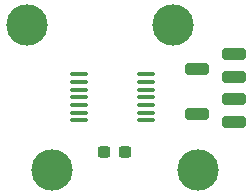
<source format=gbr>
%TF.GenerationSoftware,KiCad,Pcbnew,9.0.4*%
%TF.CreationDate,2025-10-04T22:45:10-03:00*%
%TF.ProjectId,encoder_magnetico,656e636f-6465-4725-9f6d-61676e657469,rev?*%
%TF.SameCoordinates,Original*%
%TF.FileFunction,Soldermask,Top*%
%TF.FilePolarity,Negative*%
%FSLAX46Y46*%
G04 Gerber Fmt 4.6, Leading zero omitted, Abs format (unit mm)*
G04 Created by KiCad (PCBNEW 9.0.4) date 2025-10-04 22:45:10*
%MOMM*%
%LPD*%
G01*
G04 APERTURE LIST*
G04 Aperture macros list*
%AMRoundRect*
0 Rectangle with rounded corners*
0 $1 Rounding radius*
0 $2 $3 $4 $5 $6 $7 $8 $9 X,Y pos of 4 corners*
0 Add a 4 corners polygon primitive as box body*
4,1,4,$2,$3,$4,$5,$6,$7,$8,$9,$2,$3,0*
0 Add four circle primitives for the rounded corners*
1,1,$1+$1,$2,$3*
1,1,$1+$1,$4,$5*
1,1,$1+$1,$6,$7*
1,1,$1+$1,$8,$9*
0 Add four rect primitives between the rounded corners*
20,1,$1+$1,$2,$3,$4,$5,0*
20,1,$1+$1,$4,$5,$6,$7,0*
20,1,$1+$1,$6,$7,$8,$9,0*
20,1,$1+$1,$8,$9,$2,$3,0*%
G04 Aperture macros list end*
%ADD10RoundRect,0.250000X-0.750000X0.250000X-0.750000X-0.250000X0.750000X-0.250000X0.750000X0.250000X0*%
%ADD11RoundRect,0.100000X0.637500X0.100000X-0.637500X0.100000X-0.637500X-0.100000X0.637500X-0.100000X0*%
%ADD12C,3.500000*%
%ADD13RoundRect,0.237500X0.300000X0.237500X-0.300000X0.237500X-0.300000X-0.237500X0.300000X-0.237500X0*%
G04 APERTURE END LIST*
D10*
%TO.C,MI*%
X60325000Y-48260000D03*
%TD*%
D11*
%TO.C,U1*%
X52862500Y-51950000D03*
X52862500Y-51300000D03*
X52862500Y-50650000D03*
X52862500Y-50000000D03*
X52862500Y-49350000D03*
X52862500Y-48700000D03*
X52862500Y-48050000D03*
X47137500Y-48050000D03*
X47137500Y-48700000D03*
X47137500Y-49350000D03*
X47137500Y-50000000D03*
X47137500Y-50650000D03*
X47137500Y-51300000D03*
X47137500Y-51950000D03*
%TD*%
D10*
%TO.C,CK*%
X60325000Y-50165000D03*
%TD*%
%TO.C,CS*%
X60325000Y-52070000D03*
%TD*%
D12*
%TO.C,H4*%
X57266656Y-56119290D03*
%TD*%
D10*
%TO.C,GND*%
X57150000Y-47625000D03*
%TD*%
%TO.C,3V3*%
X57150000Y-51435000D03*
%TD*%
D12*
%TO.C,H3*%
X44846914Y-56119290D03*
%TD*%
%TO.C,H1*%
X55153086Y-43880710D03*
%TD*%
%TO.C,H2*%
X42733344Y-43880710D03*
%TD*%
D13*
%TO.C,C1*%
X51027500Y-54610000D03*
X49302500Y-54610000D03*
%TD*%
D10*
%TO.C,MO*%
X60325000Y-46355000D03*
%TD*%
M02*

</source>
